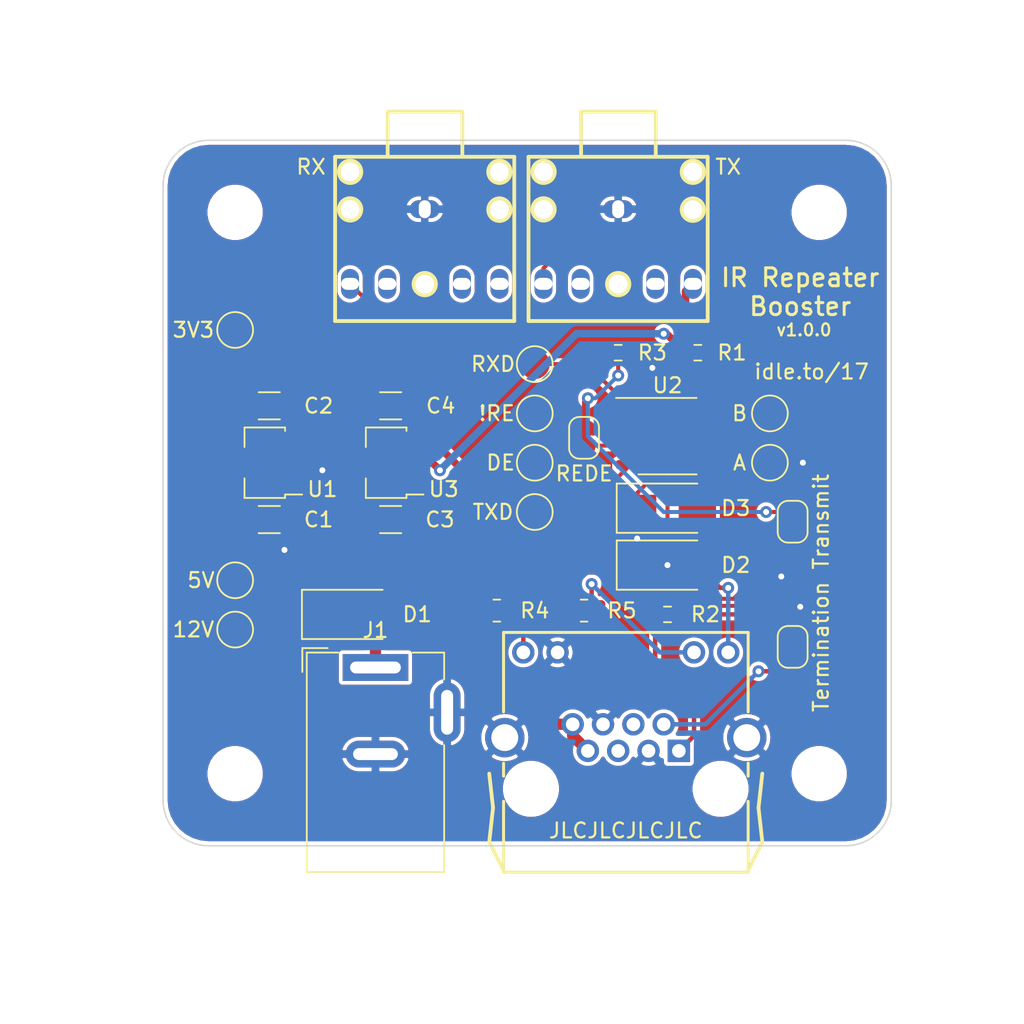
<source format=kicad_pcb>
(kicad_pcb (version 20171130) (host pcbnew "(5.1.9)-1")
  (title_block (title "IR Repeater Booster") (date 2021-03-03) (rev 1.0.0) (company "Aaron Ten Clay") (comment 4 https://aarontc.com/projects/ir-repeater-booster))
  (layers (0 F.Cu signal) (31 B.Cu signal) (34 B.Paste user) (35 F.Paste user) (36 B.SilkS user) (37 F.SilkS user) (38 B.Mask user) (39 F.Mask user) (44 Edge.Cuts user))
  (net 0 "")
  (net 1 GND)
  (net 2 +12V)
  (net 3 +5V)
  (net 4 +3V3)
  (net 5 "Net-(D1-Pad2)")
  (net 6 /YLED_C)
  (net 7 /TXD)
  (net 8 /RXD)
  (net 9 /YLED_A)
  (net 10 /GLED_A)
  (net 11 /B)
  (net 12 /A)
  (net 13 "Net-(JP1-Pad2)")
  (net 14 /!RE)
  (net 15 /DE)
  (module Connector_BarrelJack:BarrelJack_Wuerth_6941xx301002 (layer F.Cu) (at 75.946 85.344)
    (fp_text reference J1 (at 0 -2.5) (layer F.SilkS))
    (fp_text value DC_IN)
    (fp_line (start -4.6 -1) (end -2.5 -1) (layer F.SilkS) (width 0.12))
    (fp_line (start -4.9 -1.3) (end -4.9 0.3) (layer F.SilkS) (width 0.12))
    (fp_line (start -3.2 -1.3) (end -4.9 -1.3) (layer F.SilkS) (width 0.12))
    (fp_line (start 4.6 -1) (end 4.6 0.8) (layer F.SilkS) (width 0.12))
    (fp_line (start 2.5 -1) (end 4.6 -1) (layer F.SilkS) (width 0.12))
    (fp_line (start -4.6 13.7) (end -4.6 -1) (layer F.SilkS) (width 0.12))
    (fp_line (start 4.6 13.7) (end -4.6 13.7) (layer F.SilkS) (width 0.12))
    (fp_line (start 4.6 5.2) (end 4.6 13.7) (layer F.SilkS) (width 0.12))
    (pad 1 thru_hole rect (at 0 0) (size 4.4 1.8) (drill oval 3.4 0.8) (layers *.Cu *.Mask) (net 5 "Net-(D1-Pad2)"))
    (pad 2 thru_hole oval (at 0 5.8) (size 4 1.8) (drill oval 3 0.8) (layers *.Cu *.Mask) (net 1 GND))
    (pad 3 thru_hole oval (at 4.8 3 90) (size 4 1.8) (drill oval 3 0.8) (layers *.Cu *.Mask) (net 1 GND))
  )
  (module TestPoint:TestPoint_Pad_D2.0mm (layer F.Cu) (at 66.548 62.738 90)
    (fp_text reference TP9 hide)
    (fp_text value 3V3 (at 0 -2.794 180) (layer F.SilkS))
    (fp_circle (center 0 0) (end 0 1.2) (layer F.SilkS) (width 0.12))
    (pad 1 smd circle (at 0 0 90) (size 2 2) (layers F.Cu F.Mask) (net 4 +3V3))
  )
  (module TestPoint:TestPoint_Pad_D2.0mm (layer F.Cu) (at 66.548 79.502 90)
    (fp_text reference TP8 hide)
    (fp_text value 5V (at 0 -2.286 180) (layer F.SilkS))
    (fp_circle (center 0 0) (end 0 1.2) (layer F.SilkS) (width 0.12))
    (pad 1 smd circle (at 0 0 90) (size 2 2) (layers F.Cu F.Mask) (net 3 +5V))
  )
  (module TestPoint:TestPoint_Pad_D2.0mm (layer F.Cu) (at 66.548 82.804)
    (fp_text reference TP7 hide)
    (fp_text value 12V (at -2.794 0) (layer F.SilkS))
    (fp_circle (center 0 0) (end 0 1.2) (layer F.SilkS) (width 0.12))
    (pad 1 smd circle (at 0 0) (size 2 2) (layers F.Cu F.Mask) (net 2 +12V))
  )
  (module TestPoint:TestPoint_Pad_D2.0mm (layer F.Cu) (at 102.362 68.326)
    (fp_text reference TP6 hide)
    (fp_text value B (at -2.032 0) (layer F.SilkS))
    (fp_circle (center 0 0) (end 0 1.2) (layer F.SilkS) (width 0.12))
    (pad 1 smd circle (at 0 0) (size 2 2) (layers F.Cu F.Mask) (net 11 /B))
  )
  (module TestPoint:TestPoint_Pad_D2.0mm (layer F.Cu) (at 102.362 71.628)
    (fp_text reference TP5 hide)
    (fp_text value A (at -2.032 0) (layer F.SilkS))
    (fp_circle (center 0 0) (end 0 1.2) (layer F.SilkS) (width 0.12))
    (pad 1 smd circle (at 0 0) (size 2 2) (layers F.Cu F.Mask) (net 12 /A))
  )
  (module TestPoint:TestPoint_Pad_D2.0mm (layer F.Cu) (at 86.614 74.93)
    (fp_text reference TP4 hide)
    (fp_text value TXD (at -2.794 0) (layer F.SilkS))
    (fp_circle (center 0 0) (end 0 1.2) (layer F.SilkS) (width 0.12))
    (pad 1 smd circle (at 0 0) (size 2 2) (layers F.Cu F.Mask) (net 7 /TXD))
  )
  (module TestPoint:TestPoint_Pad_D2.0mm (layer F.Cu) (at 86.614 65.024)
    (fp_text reference TP3 hide)
    (fp_text value RXD (at -2.794 0) (layer F.SilkS))
    (fp_circle (center 0 0) (end 0 1.2) (layer F.SilkS) (width 0.12))
    (pad 1 smd circle (at 0 0) (size 2 2) (layers F.Cu F.Mask) (net 8 /RXD))
  )
  (module TestPoint:TestPoint_Pad_D2.0mm (layer F.Cu) (at 86.614 71.628)
    (fp_text reference TP2 hide)
    (fp_text value DE (at -2.286 0) (layer F.SilkS))
    (fp_circle (center 0 0) (end 0 1.2) (layer F.SilkS) (width 0.12))
    (pad 1 smd circle (at 0 0) (size 2 2) (layers F.Cu F.Mask) (net 15 /DE))
  )
  (module TestPoint:TestPoint_Pad_D2.0mm (layer F.Cu) (at 86.614 68.326)
    (fp_text reference TP1 hide)
    (fp_text value !RE (at -2.54 0) (layer F.SilkS))
    (fp_circle (center 0 0) (end 0 1.2) (layer F.SilkS) (width 0.12))
    (pad 1 smd circle (at 0 0) (size 2 2) (layers F.Cu F.Mask) (net 14 /!RE))
  )
  (module MountingHole:MountingHole_3.2mm_M3 (layer F.Cu) (at 66.548 54.864)
    (fp_text reference H2 hide)
    (fp_text value MountingHole hide)
    (pad 1 np_thru_hole circle (at 0 0) (size 3.2 3.2) (drill 3.2) (layers *.Cu *.Mask))
  )
  (module Jumper:SolderJumper-2_P1.3mm_Bridged_RoundedPad1.0x1.5mm (layer F.Cu) (at 89.916 69.962 270)
    (fp_text reference JP3 hide)
    (fp_text value REDE (at 2.398 0 180) (layer F.SilkS))
    (fp_line (start -1.4 0.3) (end -1.4 -0.3) (layer F.SilkS) (width 0.12))
    (fp_line (start 0.7 1) (end -0.7 1) (layer F.SilkS) (width 0.12))
    (fp_line (start 1.4 -0.3) (end 1.4 0.3) (layer F.SilkS) (width 0.12))
    (fp_line (start -0.7 -1) (end 0.7 -1) (layer F.SilkS) (width 0.12))
    (fp_poly (pts (xy 0.25 -0.3) (xy -0.25 -0.3) (xy -0.25 0.3) (xy 0.25 0.3)) (layer F.Cu) (width 0))
    (fp_arc (start -0.7 -0.3) (end -0.7 -1) (angle -90) (layer F.SilkS) (width 0.12))
    (fp_arc (start -0.7 0.3) (end -1.4 0.3) (angle -90) (layer F.SilkS) (width 0.12))
    (fp_arc (start 0.7 0.3) (end 0.7 1) (angle -90) (layer F.SilkS) (width 0.12))
    (fp_arc (start 0.7 -0.3) (end 1.4 -0.3) (angle -90) (layer F.SilkS) (width 0.12))
    (pad 1 smd custom (at -0.65 0 270) (size 1 0.5) (layers F.Cu F.Mask) (net 14 /!RE) (options (clearance outline) (anchor rect)) (primitives (gr_circle (center 0 0.25) (end 0.5 0.25) (width 0)) (gr_circle (center 0 -0.25) (end 0.5 -0.25) (width 0)) (gr_poly (pts (xy 0 -0.75) (xy 0.5 -0.75) (xy 0.5 0.75) (xy 0 0.75)) (width 0))))
    (pad 2 smd custom (at 0.65 0 270) (size 1 0.5) (layers F.Cu F.Mask) (net 15 /DE) (options (clearance outline) (anchor rect)) (primitives (gr_circle (center 0 0.25) (end 0.5 0.25) (width 0)) (gr_circle (center 0 -0.25) (end 0.5 -0.25) (width 0)) (gr_poly (pts (xy 0 -0.75) (xy -0.5 -0.75) (xy -0.5 0.75) (xy 0 0.75)) (width 0))))
  )
  (module MountingHole:MountingHole_3.2mm_M3 (layer F.Cu) (at 105.664 92.456)
    (fp_text reference H4 hide)
    (fp_text value MountingHole hide)
    (pad 1 np_thru_hole circle (at 0 0) (size 3.2 3.2) (drill 3.2) (layers *.Cu *.Mask))
  )
  (module MountingHole:MountingHole_3.2mm_M3 (layer F.Cu) (at 66.548 92.456)
    (fp_text reference H3 hide)
    (fp_text value MountingHole hide)
    (pad 1 np_thru_hole circle (at 0 0) (size 3.2 3.2) (drill 3.2) (layers *.Cu *.Mask))
  )
  (module MountingHole:MountingHole_3.2mm_M3 (layer F.Cu) (at 105.664 54.864 270)
    (fp_text reference H1 hide)
    (fp_text value MountingHole hide)
    (pad 1 np_thru_hole circle (at 0 0 270) (size 3.2 3.2) (drill 3.2) (layers *.Cu *.Mask))
  )
  (module Package_TO_SOT_SMD:SOT-89-3 (layer F.Cu) (at 76.962 71.628 180)
    (fp_text reference U3 (at -3.556 -1.778) (layer F.SilkS))
    (fp_text value HT7533-1)
    (fp_line (start -1.06 2.36) (end -1.06 2.13) (layer F.SilkS) (width 0.12))
    (fp_line (start -1.06 -2.36) (end -1.06 -2.13) (layer F.SilkS) (width 0.12))
    (fp_line (start -1.06 -2.36) (end 1.66 -2.36) (layer F.SilkS) (width 0.12))
    (fp_line (start 1.66 -2.36) (end 1.66 -1.05) (layer F.SilkS) (width 0.12))
    (fp_line (start -2.2 -2.13) (end -1.06 -2.13) (layer F.SilkS) (width 0.12))
    (fp_line (start 1.66 2.36) (end -1.06 2.36) (layer F.SilkS) (width 0.12))
    (fp_line (start 1.66 1.05) (end 1.66 2.36) (layer F.SilkS) (width 0.12))
    (pad 2 smd custom (at -1.5625 0 180) (size 1.475 0.9) (layers F.Cu F.Paste F.Mask) (net 3 +5V) (options (clearance outline) (anchor rect)) (primitives (gr_poly (pts (xy 0.7375 -0.8665) (xy 3.8625 -0.8665) (xy 3.8625 0.8665) (xy 0.7375 0.8665)) (width 0))))
    (pad 3 smd rect (at -1.65 1.5 180) (size 1.3 0.9) (layers F.Cu F.Paste F.Mask) (net 4 +3V3))
    (pad 1 smd rect (at -1.65 -1.5 180) (size 1.3 0.9) (layers F.Cu F.Paste F.Mask) (net 1 GND))
  )
  (module Package_SO:SOIC-8_3.9x4.9mm_P1.27mm (layer F.Cu) (at 95.504 69.85)
    (fp_text reference U2 (at 0 -3.4) (layer F.SilkS))
    (fp_text value ST3485EBDR)
    (fp_line (start 0 -2.56) (end -3.45 -2.56) (layer F.SilkS) (width 0.12))
    (fp_line (start 0 -2.56) (end 1.95 -2.56) (layer F.SilkS) (width 0.12))
    (fp_line (start 0 2.56) (end -1.95 2.56) (layer F.SilkS) (width 0.12))
    (fp_line (start 0 2.56) (end 1.95 2.56) (layer F.SilkS) (width 0.12))
    (pad 8 smd roundrect (at 2.475 -1.905) (size 1.95 0.6) (layers F.Cu F.Paste F.Mask) (net 4 +3V3))
    (pad 7 smd roundrect (at 2.475 -0.635) (size 1.95 0.6) (layers F.Cu F.Paste F.Mask) (net 11 /B))
    (pad 6 smd roundrect (at 2.475 0.635) (size 1.95 0.6) (layers F.Cu F.Paste F.Mask) (net 12 /A))
    (pad 5 smd roundrect (at 2.475 1.905) (size 1.95 0.6) (layers F.Cu F.Paste F.Mask) (net 1 GND))
    (pad 4 smd roundrect (at -2.475 1.905) (size 1.95 0.6) (layers F.Cu F.Paste F.Mask) (net 7 /TXD))
    (pad 3 smd roundrect (at -2.475 0.635) (size 1.95 0.6) (layers F.Cu F.Paste F.Mask) (net 15 /DE))
    (pad 2 smd roundrect (at -2.475 -0.635) (size 1.95 0.6) (layers F.Cu F.Paste F.Mask) (net 14 /!RE))
    (pad 1 smd roundrect (at -2.475 -1.905) (size 1.95 0.6) (layers F.Cu F.Paste F.Mask) (net 8 /RXD))
  )
  (module Package_TO_SOT_SMD:SOT-89-3 (layer F.Cu) (at 68.834 71.628 180)
    (fp_text reference U1 (at -3.556 -1.778) (layer F.SilkS))
    (fp_text value HT7550-1)
    (fp_line (start -1.06 2.36) (end -1.06 2.13) (layer F.SilkS) (width 0.12))
    (fp_line (start -1.06 -2.36) (end -1.06 -2.13) (layer F.SilkS) (width 0.12))
    (fp_line (start -1.06 -2.36) (end 1.66 -2.36) (layer F.SilkS) (width 0.12))
    (fp_line (start 1.66 -2.36) (end 1.66 -1.05) (layer F.SilkS) (width 0.12))
    (fp_line (start -2.2 -2.13) (end -1.06 -2.13) (layer F.SilkS) (width 0.12))
    (fp_line (start 1.66 2.36) (end -1.06 2.36) (layer F.SilkS) (width 0.12))
    (fp_line (start 1.66 1.05) (end 1.66 2.36) (layer F.SilkS) (width 0.12))
    (pad 2 smd custom (at -1.5625 0 180) (size 1.475 0.9) (layers F.Cu F.Paste F.Mask) (net 2 +12V) (options (clearance outline) (anchor rect)) (primitives (gr_poly (pts (xy 0.7375 -0.8665) (xy 3.8625 -0.8665) (xy 3.8625 0.8665) (xy 0.7375 0.8665)) (width 0))))
    (pad 3 smd rect (at -1.65 1.5 180) (size 1.3 0.9) (layers F.Cu F.Paste F.Mask) (net 3 +5V))
    (pad 1 smd rect (at -1.65 -1.5 180) (size 1.3 0.9) (layers F.Cu F.Paste F.Mask) (net 1 GND))
  )
  (module Footprints:AUDIO-TH_PJ307C (layer F.Cu) (at 92.202 57.15)
    (fp_text reference TX1 hide)
    (fp_text value PJ-307C hide)
    (fp_line (start 2.515 -9.032) (end 2.515 -6.032) (layer F.SilkS) (width 0.254))
    (fp_line (start -2.485 -9.032) (end 2.515 -9.032) (layer F.SilkS) (width 0.254))
    (fp_line (start -2.485 -6.032) (end -2.485 -9.032) (layer F.SilkS) (width 0.254))
    (fp_line (start 5.994 4.991) (end 5.994 -6.009) (layer F.SilkS) (width 0.254))
    (fp_line (start -6.006 4.991) (end 5.994 4.991) (layer F.SilkS) (width 0.254))
    (fp_line (start -6.006 -6.009) (end -6.006 4.991) (layer F.SilkS) (width 0.254))
    (fp_line (start 5.994 -6.009) (end -6.006 -6.009) (layer F.SilkS) (width 0.254))
    (fp_arc (start -0.001 2.519) (end 0.749 2.525) (angle 359.03) (layer F.SilkS) (width 0.254))
    (fp_arc (start -4.999 -2.486) (end -4.249 -2.478) (angle 358.836) (layer F.SilkS) (width 0.254))
    (fp_arc (start -4.999 -5.002) (end -4.249 -4.996) (angle 359.03) (layer F.SilkS) (width 0.254))
    (fp_arc (start 5.001 -2.462) (end 5.751 -2.456) (angle 359.03) (layer F.SilkS) (width 0.254))
    (fp_arc (start 5.001 -5.002) (end 5.751 -4.996) (angle 359.03) (layer F.SilkS) (width 0.254))
    (pad 5 thru_hole oval (at -5.004 2.5 90) (size 2 1.2) (drill oval 0.8 1.5) (layers *.Cu *.Paste *.Mask) (net 7 /TXD))
    (pad 4 thru_hole oval (at -2.511 2.5 90) (size 2 1.2) (drill oval 0.8 1.5) (layers *.Cu *.Paste *.Mask))
    (pad 3 thru_hole oval (at 2.489 2.5 90) (size 2 1.2) (drill oval 0.8 1.5) (layers *.Cu *.Paste *.Mask))
    (pad 2 thru_hole oval (at 5.004 2.5 90) (size 2 1.2) (drill oval 0.8 1.5) (layers *.Cu *.Paste *.Mask) (net 3 +5V))
    (pad 1 thru_hole oval (at 0 -2.5) (size 2 1.2) (drill oval 0.8 1.5) (layers *.Cu *.Paste *.Mask) (net 1 GND))
    (pad "" np_thru_hole circle (at 0 2.5) (size 1.2 1.2) (drill 1.2) (layers *.Cu *.Mask))
    (pad "" np_thru_hole circle (at -5 -2.5) (size 1.2 1.2) (drill 1.2) (layers *.Cu *.Mask))
    (pad "" np_thru_hole circle (at 5 -2.5) (size 1.2 1.2) (drill 1.2) (layers *.Cu *.Mask))
    (pad "" np_thru_hole circle (at 5 -5) (size 1.2 1.2) (drill 1.2) (layers *.Cu *.Mask))
    (pad "" np_thru_hole circle (at -5 -5) (size 1.2 1.2) (drill 1.2) (layers *.Cu *.Mask))
  )
  (module Footprints:AUDIO-TH_PJ307C (layer F.Cu) (at 79.248 57.15)
    (fp_text reference RX1 hide)
    (fp_text value PJ-307C hide)
    (fp_line (start 2.515 -9.032) (end 2.515 -6.032) (layer F.SilkS) (width 0.254))
    (fp_line (start -2.485 -9.032) (end 2.515 -9.032) (layer F.SilkS) (width 0.254))
    (fp_line (start -2.485 -6.032) (end -2.485 -9.032) (layer F.SilkS) (width 0.254))
    (fp_line (start 5.994 4.991) (end 5.994 -6.009) (layer F.SilkS) (width 0.254))
    (fp_line (start -6.006 4.991) (end 5.994 4.991) (layer F.SilkS) (width 0.254))
    (fp_line (start -6.006 -6.009) (end -6.006 4.991) (layer F.SilkS) (width 0.254))
    (fp_line (start 5.994 -6.009) (end -6.006 -6.009) (layer F.SilkS) (width 0.254))
    (fp_arc (start -0.001 2.519) (end 0.749 2.525) (angle 359.03) (layer F.SilkS) (width 0.254))
    (fp_arc (start -4.999 -2.486) (end -4.249 -2.478) (angle 358.836) (layer F.SilkS) (width 0.254))
    (fp_arc (start -4.999 -5.002) (end -4.249 -4.996) (angle 359.03) (layer F.SilkS) (width 0.254))
    (fp_arc (start 5.001 -2.462) (end 5.751 -2.456) (angle 359.03) (layer F.SilkS) (width 0.254))
    (fp_arc (start 5.001 -5.002) (end 5.751 -4.996) (angle 359.03) (layer F.SilkS) (width 0.254))
    (pad 5 thru_hole oval (at -5.004 2.5 90) (size 2 1.2) (drill oval 0.8 1.5) (layers *.Cu *.Paste *.Mask) (net 8 /RXD))
    (pad 4 thru_hole oval (at -2.511 2.5 90) (size 2 1.2) (drill oval 0.8 1.5) (layers *.Cu *.Paste *.Mask))
    (pad 3 thru_hole oval (at 2.489 2.5 90) (size 2 1.2) (drill oval 0.8 1.5) (layers *.Cu *.Paste *.Mask))
    (pad 2 thru_hole oval (at 5.004 2.5 90) (size 2 1.2) (drill oval 0.8 1.5) (layers *.Cu *.Paste *.Mask))
    (pad 1 thru_hole oval (at 0 -2.5) (size 2 1.2) (drill oval 0.8 1.5) (layers *.Cu *.Paste *.Mask) (net 1 GND))
    (pad "" np_thru_hole circle (at 0 2.5) (size 1.2 1.2) (drill 1.2) (layers *.Cu *.Mask))
    (pad "" np_thru_hole circle (at -5 -2.5) (size 1.2 1.2) (drill 1.2) (layers *.Cu *.Mask))
    (pad "" np_thru_hole circle (at 5 -2.5) (size 1.2 1.2) (drill 1.2) (layers *.Cu *.Mask))
    (pad "" np_thru_hole circle (at 5 -5) (size 1.2 1.2) (drill 1.2) (layers *.Cu *.Mask))
    (pad "" np_thru_hole circle (at -5 -5) (size 1.2 1.2) (drill 1.2) (layers *.Cu *.Mask))
  )
  (module Resistor_SMD:R_0805_2012Metric (layer F.Cu) (at 89.916 81.534)
    (fp_text reference R5 (at 2.54 0) (layer F.SilkS))
    (fp_text value 270)
    (fp_line (start -0.227064 0.735) (end 0.227064 0.735) (layer F.SilkS) (width 0.12))
    (fp_line (start -0.227064 -0.735) (end 0.227064 -0.735) (layer F.SilkS) (width 0.12))
    (pad 2 smd roundrect (at 0.9125 0) (size 1.025 1.4) (layers F.Cu F.Paste F.Mask) (roundrect_rratio 0.2439004878048781) (net 9 /YLED_A))
    (pad 1 smd roundrect (at -0.9125 0) (size 1.025 1.4) (layers F.Cu F.Paste F.Mask) (roundrect_rratio 0.2439004878048781) (net 4 +3V3))
  )
  (module Resistor_SMD:R_0805_2012Metric (layer F.Cu) (at 84.074 81.534)
    (fp_text reference R4 (at 2.54 0) (layer F.SilkS))
    (fp_text value 270)
    (fp_line (start -0.227064 0.735) (end 0.227064 0.735) (layer F.SilkS) (width 0.12))
    (fp_line (start -0.227064 -0.735) (end 0.227064 -0.735) (layer F.SilkS) (width 0.12))
    (pad 2 smd roundrect (at 0.9125 0) (size 1.025 1.4) (layers F.Cu F.Paste F.Mask) (roundrect_rratio 0.2439004878048781) (net 10 /GLED_A))
    (pad 1 smd roundrect (at -0.9125 0) (size 1.025 1.4) (layers F.Cu F.Paste F.Mask) (roundrect_rratio 0.2439004878048781) (net 4 +3V3))
  )
  (module Resistor_SMD:R_0603_1608Metric (layer F.Cu) (at 92.202 64.262)
    (fp_text reference R3 (at 2.286 0) (layer F.SilkS))
    (fp_text value 10k)
    (fp_line (start -0.237258 0.5225) (end 0.237258 0.5225) (layer F.SilkS) (width 0.12))
    (fp_line (start -0.237258 -0.5225) (end 0.237258 -0.5225) (layer F.SilkS) (width 0.12))
    (pad 2 smd roundrect (at 0.825 0) (size 0.8 0.95) (layers F.Cu F.Paste F.Mask) (net 1 GND))
    (pad 1 smd roundrect (at -0.825 0) (size 0.8 0.95) (layers F.Cu F.Paste F.Mask) (net 14 /!RE))
  )
  (module Resistor_SMD:R_0603_1608Metric (layer F.Cu) (at 95.504 81.788 180)
    (fp_text reference R2 (at -2.54 0) (layer F.SilkS))
    (fp_text value 120)
    (fp_line (start -0.237258 0.5225) (end 0.237258 0.5225) (layer F.SilkS) (width 0.12))
    (fp_line (start -0.237258 -0.5225) (end 0.237258 -0.5225) (layer F.SilkS) (width 0.12))
    (pad 2 smd roundrect (at 0.825 0 180) (size 0.8 0.95) (layers F.Cu F.Paste F.Mask) (net 12 /A))
    (pad 1 smd roundrect (at -0.825 0 180) (size 0.8 0.95) (layers F.Cu F.Paste F.Mask) (net 13 "Net-(JP1-Pad2)"))
  )
  (module Resistor_SMD:R_0603_1608Metric (layer F.Cu) (at 97.536 64.262)
    (fp_text reference R1 (at 2.286 0) (layer F.SilkS))
    (fp_text value 1k)
    (fp_line (start -0.237258 0.5225) (end 0.237258 0.5225) (layer F.SilkS) (width 0.12))
    (fp_line (start -0.237258 -0.5225) (end 0.237258 -0.5225) (layer F.SilkS) (width 0.12))
    (pad 2 smd roundrect (at 0.825 0) (size 0.8 0.95) (layers F.Cu F.Paste F.Mask) (net 7 /TXD))
    (pad 1 smd roundrect (at -0.825 0) (size 0.8 0.95) (layers F.Cu F.Paste F.Mask) (net 3 +5V))
  )
  (module Jumper:SolderJumper-2_P1.3mm_Open_RoundedPad1.0x1.5mm (layer F.Cu) (at 103.886 75.58 90)
    (fp_text reference JP2 hide)
    (fp_text value Transmit (at 0 1.9 90) (layer F.SilkS))
    (fp_line (start -0.7 -1) (end 0.7 -1) (layer F.SilkS) (width 0.12))
    (fp_line (start 1.4 -0.3) (end 1.4 0.3) (layer F.SilkS) (width 0.12))
    (fp_line (start 0.7 1) (end -0.7 1) (layer F.SilkS) (width 0.12))
    (fp_line (start -1.4 0.3) (end -1.4 -0.3) (layer F.SilkS) (width 0.12))
    (fp_arc (start -0.7 -0.3) (end -0.7 -1) (angle -90) (layer F.SilkS) (width 0.12))
    (fp_arc (start -0.7 0.3) (end -1.4 0.3) (angle -90) (layer F.SilkS) (width 0.12))
    (fp_arc (start 0.7 0.3) (end 0.7 1) (angle -90) (layer F.SilkS) (width 0.12))
    (fp_arc (start 0.7 -0.3) (end 1.4 -0.3) (angle -90) (layer F.SilkS) (width 0.12))
    (pad 2 smd custom (at 0.65 0 90) (size 1 0.5) (layers F.Cu F.Mask) (net 14 /!RE) (options (clearance outline) (anchor rect)) (primitives (gr_circle (center 0 0.25) (end 0.5 0.25) (width 0)) (gr_circle (center 0 -0.25) (end 0.5 -0.25) (width 0)) (gr_poly (pts (xy 0 -0.75) (xy -0.5 -0.75) (xy -0.5 0.75) (xy 0 0.75)) (width 0))))
    (pad 1 smd custom (at -0.65 0 90) (size 1 0.5) (layers F.Cu F.Mask) (net 4 +3V3) (options (clearance outline) (anchor rect)) (primitives (gr_circle (center 0 0.25) (end 0.5 0.25) (width 0)) (gr_circle (center 0 -0.25) (end 0.5 -0.25) (width 0)) (gr_poly (pts (xy 0 -0.75) (xy 0.5 -0.75) (xy 0.5 0.75) (xy 0 0.75)) (width 0))))
  )
  (module Jumper:SolderJumper-2_P1.3mm_Bridged_RoundedPad1.0x1.5mm (layer F.Cu) (at 103.886 83.962 90)
    (fp_text reference JP1 hide)
    (fp_text value Termination (at 0 1.9 90) (layer F.SilkS))
    (fp_poly (pts (xy 0.25 -0.3) (xy -0.25 -0.3) (xy -0.25 0.3) (xy 0.25 0.3)) (layer F.Cu) (width 0))
    (fp_line (start -0.7 -1) (end 0.7 -1) (layer F.SilkS) (width 0.12))
    (fp_line (start 1.4 -0.3) (end 1.4 0.3) (layer F.SilkS) (width 0.12))
    (fp_line (start 0.7 1) (end -0.7 1) (layer F.SilkS) (width 0.12))
    (fp_line (start -1.4 0.3) (end -1.4 -0.3) (layer F.SilkS) (width 0.12))
    (fp_arc (start -0.7 -0.3) (end -0.7 -1) (angle -90) (layer F.SilkS) (width 0.12))
    (fp_arc (start -0.7 0.3) (end -1.4 0.3) (angle -90) (layer F.SilkS) (width 0.12))
    (fp_arc (start 0.7 0.3) (end 0.7 1) (angle -90) (layer F.SilkS) (width 0.12))
    (fp_arc (start 0.7 -0.3) (end 1.4 -0.3) (angle -90) (layer F.SilkS) (width 0.12))
    (pad 1 smd custom (at -0.65 0 90) (size 1 0.5) (layers F.Cu F.Mask) (net 11 /B) (options (clearance outline) (anchor rect)) (primitives (gr_circle (center 0 0.25) (end 0.5 0.25) (width 0)) (gr_circle (center 0 -0.25) (end 0.5 -0.25) (width 0)) (gr_poly (pts (xy 0 -0.75) (xy 0.5 -0.75) (xy 0.5 0.75) (xy 0 0.75)) (width 0))))
    (pad 2 smd custom (at 0.65 0 90) (size 1 0.5) (layers F.Cu F.Mask) (net 13 "Net-(JP1-Pad2)") (options (clearance outline) (anchor rect)) (primitives (gr_circle (center 0 0.25) (end 0.5 0.25) (width 0)) (gr_circle (center 0 -0.25) (end 0.5 -0.25) (width 0)) (gr_poly (pts (xy 0 -0.75) (xy -0.5 -0.75) (xy -0.5 0.75) (xy 0 0.75)) (width 0))))
  )
  (module Footprints:RJ45-TH_B-1-1 (layer F.Cu) (at 92.71 87.63)
    (fp_text reference J2 hide)
    (fp_text value RJ45_LED_Shielded hide)
    (fp_line (start 8.89 7.109) (end 9.144 4.823) (layer F.SilkS) (width 0.254))
    (fp_line (start 9.144 9.395) (end 8.89 7.109) (layer F.SilkS) (width 0.254))
    (fp_line (start 8.128 11.427) (end 9.144 9.395) (layer F.SilkS) (width 0.254))
    (fp_line (start -8.89 7.109) (end -9.144 4.823) (layer F.SilkS) (width 0.254))
    (fp_line (start -9.144 9.395) (end -8.89 7.109) (layer F.SilkS) (width 0.254))
    (fp_line (start -8.128 11.427) (end -9.144 9.395) (layer F.SilkS) (width 0.254))
    (fp_line (start 6.942 -4.635) (end -4.608 -4.635) (layer F.SilkS) (width 0.201))
    (fp_line (start -8.184 11.427) (end -8.184 6.68) (layer F.SilkS) (width 0.201))
    (fp_line (start 8.197 11.427) (end -8.184 11.427) (layer F.SilkS) (width 0.201))
    (fp_line (start 8.197 6.68) (end 8.197 11.427) (layer F.SilkS) (width 0.201))
    (fp_line (start 8.197 4.986) (end 8.197 4.128) (layer F.SilkS) (width 0.201))
    (fp_line (start -8.184 -4.635) (end -4.366 -4.635) (layer F.SilkS) (width 0.201))
    (fp_line (start -8.184 0.681) (end -8.184 -4.635) (layer F.SilkS) (width 0.201))
    (fp_line (start 8.197 -4.635) (end 6.67 -4.635) (layer F.SilkS) (width 0.201))
    (fp_line (start 8.197 0.681) (end 8.197 -4.635) (layer F.SilkS) (width 0.201))
    (fp_line (start -8.184 4.986) (end -8.184 4.128) (layer F.SilkS) (width 0.201))
    (pad 10 thru_hole circle (at 4.569 -3.299 180) (size 1.499 1.499) (drill 0.914) (layers *.Cu *.Paste *.Mask) (net 9 /YLED_A))
    (pad 9 thru_hole circle (at 6.861 -3.299 180) (size 1.499 1.499) (drill 0.914) (layers *.Cu *.Paste *.Mask) (net 6 /YLED_C))
    (pad 12 thru_hole circle (at -6.861 -3.299 180) (size 1.499 1.499) (drill 0.914) (layers *.Cu *.Paste *.Mask) (net 10 /GLED_A))
    (pad 11 thru_hole circle (at -4.569 -3.299 180) (size 1.499 1.499) (drill 0.914) (layers *.Cu *.Paste *.Mask) (net 1 GND))
    (pad 6 thru_hole circle (at -1.524 1.519 180) (size 1.499 1.499) (drill 0.914) (layers *.Cu *.Paste *.Mask) (net 1 GND))
    (pad SH thru_hole circle (at -8.103 2.41) (size 2.642 2.642) (drill 1.8) (layers *.Cu *.Paste *.Mask) (net 1 GND))
    (pad SH thru_hole circle (at 8.103 2.41 180) (size 2.642 2.642) (drill 1.8) (layers *.Cu *.Paste *.Mask) (net 1 GND))
    (pad 7 thru_hole circle (at -2.54 3.299 180) (size 1.499 1.499) (drill 0.914) (layers *.Cu *.Paste *.Mask) (net 2 +12V))
    (pad 2 thru_hole circle (at 2.54 1.519 180) (size 1.499 1.499) (drill 0.914) (layers *.Cu *.Paste *.Mask) (net 11 /B))
    (pad 4 thru_hole circle (at 0.508 1.519 180) (size 1.499 1.499) (drill 0.914) (layers *.Cu *.Paste *.Mask))
    (pad 3 thru_hole circle (at 1.524 3.299 180) (size 1.499 1.499) (drill 0.914) (layers *.Cu *.Paste *.Mask) (net 1 GND))
    (pad 5 thru_hole circle (at -0.508 3.299 180) (size 1.499 1.499) (drill 0.914) (layers *.Cu *.Paste *.Mask))
    (pad 1 thru_hole rect (at 3.556 3.299 180) (size 1.499 1.499) (drill 0.914) (layers *.Cu *.Paste *.Mask) (net 12 /A))
    (pad 8 thru_hole circle (at -3.556 1.519 180) (size 1.499 1.499) (drill 0.914) (layers *.Cu *.Paste *.Mask) (net 2 +12V))
    (pad "" np_thru_hole circle (at -6.35 5.839) (size 3.25 3.25) (drill 3.25) (layers *.Cu *.Mask))
    (pad "" np_thru_hole circle (at 6.35 5.839) (size 3.25 3.25) (drill 3.25) (layers *.Cu *.Mask))
  )
  (module Diode_SMD:D_SMA (layer F.Cu) (at 95.504 74.676)
    (fp_text reference D3 (at 4.572 0) (layer F.SilkS))
    (fp_text value SS14)
    (fp_line (start -3.4 -1.65) (end 2 -1.65) (layer F.SilkS) (width 0.12))
    (fp_line (start -3.4 1.65) (end 2 1.65) (layer F.SilkS) (width 0.12))
    (fp_line (start -3.4 -1.65) (end -3.4 1.65) (layer F.SilkS) (width 0.12))
    (pad 2 smd rect (at 2 0) (size 2.5 1.8) (layers F.Cu F.Paste F.Mask) (net 6 /YLED_C))
    (pad 1 smd rect (at -2 0) (size 2.5 1.8) (layers F.Cu F.Paste F.Mask) (net 8 /RXD))
  )
  (module Diode_SMD:D_SMA (layer F.Cu) (at 95.504 78.486)
    (fp_text reference D2 (at 4.572 0) (layer F.SilkS))
    (fp_text value SS14)
    (fp_line (start -3.4 -1.65) (end 2 -1.65) (layer F.SilkS) (width 0.12))
    (fp_line (start -3.4 1.65) (end 2 1.65) (layer F.SilkS) (width 0.12))
    (fp_line (start -3.4 -1.65) (end -3.4 1.65) (layer F.SilkS) (width 0.12))
    (pad 2 smd rect (at 2 0) (size 2.5 1.8) (layers F.Cu F.Paste F.Mask) (net 6 /YLED_C))
    (pad 1 smd rect (at -2 0) (size 2.5 1.8) (layers F.Cu F.Paste F.Mask) (net 7 /TXD))
  )
  (module Diode_SMD:D_SMA (layer F.Cu) (at 74.422 81.788)
    (fp_text reference D1 (at 4.318 0) (layer F.SilkS))
    (fp_text value SS14)
    (fp_line (start -3.4 -1.65) (end 2 -1.65) (layer F.SilkS) (width 0.12))
    (fp_line (start -3.4 1.65) (end 2 1.65) (layer F.SilkS) (width 0.12))
    (fp_line (start -3.4 -1.65) (end -3.4 1.65) (layer F.SilkS) (width 0.12))
    (pad 2 smd rect (at 2 0) (size 2.5 1.8) (layers F.Cu F.Paste F.Mask) (net 5 "Net-(D1-Pad2)"))
    (pad 1 smd rect (at -2 0) (size 2.5 1.8) (layers F.Cu F.Paste F.Mask) (net 2 +12V))
  )
  (module Capacitor_SMD:C_1206_3216Metric (layer F.Cu) (at 76.962 67.818 180)
    (fp_text reference C4 (at -3.351 0) (layer F.SilkS))
    (fp_text value 10u)
    (fp_line (start -0.711252 0.91) (end 0.711252 0.91) (layer F.SilkS) (width 0.12))
    (fp_line (start -0.711252 -0.91) (end 0.711252 -0.91) (layer F.SilkS) (width 0.12))
    (pad 2 smd roundrect (at 1.475 0 180) (size 1.15 1.8) (layers F.Cu F.Paste F.Mask) (roundrect_rratio 0.2173904347826087) (net 1 GND))
    (pad 1 smd roundrect (at -1.475 0 180) (size 1.15 1.8) (layers F.Cu F.Paste F.Mask) (roundrect_rratio 0.2173904347826087) (net 4 +3V3))
  )
  (module Capacitor_SMD:C_1206_3216Metric (layer F.Cu) (at 76.962 75.438)
    (fp_text reference C3 (at 3.302 0) (layer F.SilkS))
    (fp_text value 10u)
    (fp_line (start -0.711252 0.91) (end 0.711252 0.91) (layer F.SilkS) (width 0.12))
    (fp_line (start -0.711252 -0.91) (end 0.711252 -0.91) (layer F.SilkS) (width 0.12))
    (pad 2 smd roundrect (at 1.475 0) (size 1.15 1.8) (layers F.Cu F.Paste F.Mask) (roundrect_rratio 0.2173904347826087) (net 1 GND))
    (pad 1 smd roundrect (at -1.475 0) (size 1.15 1.8) (layers F.Cu F.Paste F.Mask) (roundrect_rratio 0.2173904347826087) (net 3 +5V))
  )
  (module Capacitor_SMD:C_1206_3216Metric (layer F.Cu) (at 68.834 67.818 180)
    (fp_text reference C2 (at -3.302 0) (layer F.SilkS))
    (fp_text value 10u)
    (fp_line (start -0.711252 0.91) (end 0.711252 0.91) (layer F.SilkS) (width 0.12))
    (fp_line (start -0.711252 -0.91) (end 0.711252 -0.91) (layer F.SilkS) (width 0.12))
    (pad 2 smd roundrect (at 1.475 0 180) (size 1.15 1.8) (layers F.Cu F.Paste F.Mask) (roundrect_rratio 0.2173904347826087) (net 1 GND))
    (pad 1 smd roundrect (at -1.475 0 180) (size 1.15 1.8) (layers F.Cu F.Paste F.Mask) (roundrect_rratio 0.2173904347826087) (net 3 +5V))
  )
  (module Capacitor_SMD:C_1206_3216Metric (layer F.Cu) (at 68.834 75.438)
    (fp_text reference C1 (at 3.302 0) (layer F.SilkS))
    (fp_text value 10u)
    (fp_line (start -0.711252 0.91) (end 0.711252 0.91) (layer F.SilkS) (width 0.12))
    (fp_line (start -0.711252 -0.91) (end 0.711252 -0.91) (layer F.SilkS) (width 0.12))
    (pad 2 smd roundrect (at 1.475 0) (size 1.15 1.8) (layers F.Cu F.Paste F.Mask) (roundrect_rratio 0.2173904347826087) (net 1 GND))
    (pad 1 smd roundrect (at -1.475 0) (size 1.15 1.8) (layers F.Cu F.Paste F.Mask) (roundrect_rratio 0.2173904347826087) (net 2 +12V))
  )
  (gr_text idle.to/17 (at 105.156 65.532) (layer F.SilkS) (effects (font (size 1 1))))
  (gr_text JLCJLCJLCJLC (at 92.71 96.266) (layer F.SilkS) (effects (font (size 1 1))))
  (gr_text v1.0.0 (at 104.648 62.738) (layer F.SilkS) (effects (font (size 0.8 0.8))))
  (gr_text "IR Repeater\nBooster" (at 104.394 60.198) (layer F.SilkS) (effects (font (size 1.2 1.2) (thickness 0.2))))
  (gr_arc (start 64.77 94.234) (end 61.722 94.234) (angle -90) (layer Edge.Cuts) (width 0.1))
  (gr_arc (start 64.77 53.086) (end 64.77 50.038) (angle -90) (layer Edge.Cuts) (width 0.1))
  (gr_arc (start 107.442 53.086) (end 110.49 53.086) (angle -90) (layer Edge.Cuts) (width 0.1))
  (gr_arc (start 107.442 94.234) (end 107.442 97.282) (angle -90) (layer Edge.Cuts) (width 0.1))
  (gr_line (start 110.49 94.234) (end 110.49 53.086) (layer Edge.Cuts) (width 0.1))
  (gr_line (start 61.722 94.234) (end 61.722 53.086) (layer Edge.Cuts) (width 0.1))
  (gr_line (start 107.442 97.282) (end 64.77 97.282) (layer Edge.Cuts) (width 0.1))
  (gr_text RX (at 71.628 51.816) (layer F.SilkS) (effects (font (size 1 1))))
  (gr_text TX (at 99.568 51.816) (layer F.SilkS) (effects (font (size 1 1))))
  (gr_line (start 64.77 50.038) (end 107.442 50.038) (layer Edge.Cuts) (width 0.1))
  (via (at 69.85 77.47) (size 0.8) (drill 0.4) (layers F.Cu B.Cu) (net 1))
  (segment (start 70.309 77.011) (end 69.85 77.47) (width 0.5) (layer F.Cu) (net 1))
  (segment (start 70.309 75.438) (end 70.309 77.011) (width 0.5) (layer F.Cu) (net 1))
  (via (at 72.39 72.136) (size 0.8) (drill 0.4) (layers F.Cu B.Cu) (net 1))
  (segment (start 71.398 73.128) (end 72.39 72.136) (width 0.5) (layer F.Cu) (net 1))
  (segment (start 70.484 73.128) (end 71.398 73.128) (width 0.5) (layer F.Cu) (net 1))
  (via (at 94.488 65.278) (size 0.8) (drill 0.4) (layers F.Cu B.Cu) (net 1))
  (segment (start 93.472 64.262) (end 94.488 65.278) (width 0.27) (layer F.Cu) (net 1))
  (segment (start 93.027 64.262) (end 93.472 64.262) (width 0.27) (layer F.Cu) (net 1))
  (via (at 103.124 79.248) (size 0.8) (drill 0.4) (layers F.Cu B.Cu) (net 1))
  (via (at 104.394 81.28) (size 0.8) (drill 0.4) (layers F.Cu B.Cu) (net 1))
  (via (at 95.504 78.486) (size 0.8) (drill 0.4) (layers F.Cu B.Cu) (net 1))
  (via (at 93.472 76.708) (size 0.8) (drill 0.4) (layers F.Cu B.Cu) (net 1))
  (via (at 104.57 71.628) (size 0.8) (drill 0.4) (layers F.Cu B.Cu) (net 1))
  (segment (start 71.406 82.804) (end 72.422 81.788) (width 0.75) (layer F.Cu) (net 2))
  (segment (start 66.548 82.804) (end 71.406 82.804) (width 0.75) (layer F.Cu) (net 2))
  (segment (start 66.548 82.804) (end 64.516 80.772) (width 0.5) (layer F.Cu) (net 2))
  (segment (start 64.516 78.281) (end 67.359 75.438) (width 0.5) (layer F.Cu) (net 2))
  (segment (start 64.516 80.772) (end 64.516 78.281) (width 0.5) (layer F.Cu) (net 2))
  (segment (start 67.359 71.677) (end 67.31 71.628) (width 0.5) (layer F.Cu) (net 2))
  (segment (start 67.359 75.438) (end 67.359 71.677) (width 0.5) (layer F.Cu) (net 2))
  (segment (start 89.154 89.913) (end 90.17 90.929) (width 0.75) (layer F.Cu) (net 2))
  (segment (start 89.154 89.149) (end 89.154 89.913) (width 0.75) (layer F.Cu) (net 2))
  (segment (start 72.422 81.788) (end 72.422 80.74) (width 0.75) (layer F.Cu) (net 2))
  (segment (start 72.422 80.74) (end 73.914 79.248) (width 0.75) (layer F.Cu) (net 2))
  (segment (start 73.914 79.248) (end 78.232 79.248) (width 0.75) (layer F.Cu) (net 2))
  (segment (start 88.133 89.149) (end 89.154 89.149) (width 0.75) (layer F.Cu) (net 2))
  (segment (start 78.232 79.248) (end 88.133 89.149) (width 0.75) (layer F.Cu) (net 2))
  (segment (start 71.423 79.502) (end 75.487 75.438) (width 0.5) (layer F.Cu) (net 3))
  (segment (start 66.548 79.502) (end 71.423 79.502) (width 0.5) (layer F.Cu) (net 3))
  (segment (start 75.487 72.341) (end 76.2 71.628) (width 0.5) (layer F.Cu) (net 3))
  (segment (start 75.487 75.438) (end 75.487 72.341) (width 0.5) (layer F.Cu) (net 3))
  (segment (start 70.309 69.953) (end 70.484 70.128) (width 0.5) (layer F.Cu) (net 3))
  (segment (start 70.309 67.818) (end 70.309 69.953) (width 0.5) (layer F.Cu) (net 3))
  (segment (start 73.938 70.128) (end 75.438 71.628) (width 0.5) (layer F.Cu) (net 3))
  (segment (start 70.484 70.128) (end 73.938 70.128) (width 0.5) (layer F.Cu) (net 3))
  (segment (start 96.711 60.145) (end 97.206 59.65) (width 0.5) (layer F.Cu) (net 3))
  (segment (start 96.711 64.262) (end 96.711 60.145) (width 0.5) (layer F.Cu) (net 3))
  (via (at 80.264 72.136) (size 0.8) (drill 0.4) (layers F.Cu B.Cu) (net 3))
  (segment (start 79.756 71.628) (end 80.264 72.136) (width 0.5) (layer F.Cu) (net 3))
  (segment (start 78.5245 71.628) (end 79.756 71.628) (width 0.5) (layer F.Cu) (net 3))
  (via (at 95.25 62.992) (size 0.8) (drill 0.4) (layers F.Cu B.Cu) (net 3))
  (segment (start 89.408 62.992) (end 95.25 62.992) (width 0.5) (layer B.Cu) (net 3))
  (segment (start 80.264 72.136) (end 89.408 62.992) (width 0.5) (layer B.Cu) (net 3))
  (segment (start 95.441 62.992) (end 96.711 64.262) (width 0.5) (layer F.Cu) (net 3))
  (segment (start 95.25 62.992) (end 95.441 62.992) (width 0.5) (layer F.Cu) (net 3))
  (segment (start 83.1615 81.534) (end 83.1615 80.6685) (width 0.5) (layer F.Cu) (net 4))
  (segment (start 83.1615 80.6685) (end 84.582 79.248) (width 0.5) (layer F.Cu) (net 4))
  (segment (start 86.7175 79.248) (end 89.0035 81.534) (width 0.5) (layer F.Cu) (net 4))
  (segment (start 84.582 79.248) (end 86.7175 79.248) (width 0.5) (layer F.Cu) (net 4))
  (segment (start 78.437 69.953) (end 78.612 70.128) (width 0.5) (layer F.Cu) (net 4))
  (segment (start 78.437 67.818) (end 78.437 69.953) (width 0.5) (layer F.Cu) (net 4))
  (segment (start 83.1615 73.5275) (end 83.1615 81.534) (width 0.5) (layer F.Cu) (net 4))
  (segment (start 79.762 70.128) (end 83.1615 73.5275) (width 0.5) (layer F.Cu) (net 4))
  (segment (start 78.612 70.128) (end 79.762 70.128) (width 0.5) (layer F.Cu) (net 4))
  (segment (start 73.357 62.738) (end 66.548 62.738) (width 0.5) (layer F.Cu) (net 4))
  (segment (start 78.437 67.818) (end 73.357 62.738) (width 0.5) (layer F.Cu) (net 4))
  (segment (start 103.886 76.779802) (end 103.886 76.23) (width 0.27) (layer F.Cu) (net 4))
  (segment (start 99.920801 80.745001) (end 103.886 76.779802) (width 0.27) (layer F.Cu) (net 4))
  (segment (start 90.098198 78.994) (end 91.186 78.994) (width 0.27) (layer F.Cu) (net 4))
  (segment (start 89.0035 80.088698) (end 90.098198 78.994) (width 0.27) (layer F.Cu) (net 4))
  (segment (start 89.0035 81.534) (end 89.0035 80.088698) (width 0.27) (layer F.Cu) (net 4))
  (segment (start 102.108 63.816) (end 97.979 67.945) (width 0.5) (layer F.Cu) (net 4))
  (segment (start 102.108 59.436) (end 102.108 63.816) (width 0.5) (layer F.Cu) (net 4))
  (segment (start 73.406 55.88) (end 98.552 55.88) (width 0.5) (layer F.Cu) (net 4))
  (segment (start 98.552 55.88) (end 102.108 59.436) (width 0.5) (layer F.Cu) (net 4))
  (segment (start 66.548 62.738) (end 73.406 55.88) (width 0.5) (layer F.Cu) (net 4))
  (segment (start 97.411695 80.745001) (end 96.676694 80.01) (width 0.27) (layer F.Cu) (net 4))
  (segment (start 99.920801 80.745001) (end 97.411695 80.745001) (width 0.27) (layer F.Cu) (net 4))
  (segment (start 92.202 80.01) (end 91.186 78.994) (width 0.27) (layer F.Cu) (net 4))
  (segment (start 96.676694 80.01) (end 92.202 80.01) (width 0.27) (layer F.Cu) (net 4))
  (segment (start 75.946 82.264) (end 76.422 81.788) (width 0.75) (layer F.Cu) (net 5))
  (segment (start 75.946 85.344) (end 75.946 82.264) (width 0.75) (layer F.Cu) (net 5))
  (via (at 99.568 80.01) (size 0.8) (drill 0.4) (layers F.Cu B.Cu) (net 6))
  (segment (start 99.571 80.013) (end 99.568 80.01) (width 0.3) (layer B.Cu) (net 6))
  (segment (start 99.571 84.331) (end 99.571 80.013) (width 0.3) (layer B.Cu) (net 6))
  (segment (start 99.028 80.01) (end 97.504 78.486) (width 0.3) (layer F.Cu) (net 6))
  (segment (start 99.568 80.01) (end 99.028 80.01) (width 0.3) (layer F.Cu) (net 6))
  (segment (start 97.504 74.676) (end 97.504 78.486) (width 0.27) (layer F.Cu) (net 6))
  (segment (start 89.854 74.93) (end 93.029 71.755) (width 0.27) (layer F.Cu) (net 7))
  (segment (start 86.614 74.93) (end 89.854 74.93) (width 0.27) (layer F.Cu) (net 7))
  (segment (start 87.198 59.65) (end 87.198 58.598) (width 0.27) (layer F.Cu) (net 7))
  (segment (start 87.198 58.598) (end 88.392 57.404) (width 0.27) (layer F.Cu) (net 7))
  (segment (start 88.392 57.404) (end 97.79 57.404) (width 0.27) (layer F.Cu) (net 7))
  (segment (start 97.79 57.404) (end 99.568 59.182) (width 0.27) (layer F.Cu) (net 7))
  (segment (start 99.568 63.055) (end 98.361 64.262) (width 0.27) (layer F.Cu) (net 7))
  (segment (start 99.568 59.182) (end 99.568 63.055) (width 0.27) (layer F.Cu) (net 7))
  (segment (start 89.948 74.93) (end 93.504 78.486) (width 0.27) (layer F.Cu) (net 7))
  (segment (start 86.614 74.93) (end 89.948 74.93) (width 0.27) (layer F.Cu) (net 7))
  (segment (start 98.361 64.262) (end 95.504 67.119) (width 0.27) (layer F.Cu) (net 7))
  (segment (start 95.504 76.486) (end 93.504 78.486) (width 0.27) (layer F.Cu) (net 7))
  (segment (start 95.504 67.119) (end 95.504 76.486) (width 0.27) (layer F.Cu) (net 7))
  (segment (start 90.108 65.024) (end 93.029 67.945) (width 0.27) (layer F.Cu) (net 8))
  (segment (start 86.614 65.024) (end 90.108 65.024) (width 0.27) (layer F.Cu) (net 8))
  (segment (start 79.618 65.024) (end 86.614 65.024) (width 0.27) (layer F.Cu) (net 8))
  (segment (start 74.244 59.65) (end 79.618 65.024) (width 0.27) (layer F.Cu) (net 8))
  (segment (start 93.504 74.676) (end 93.504 73.628) (width 0.27) (layer F.Cu) (net 8))
  (segment (start 93.504 73.628) (end 94.742 72.39) (width 0.27) (layer F.Cu) (net 8))
  (segment (start 94.742 68.683) (end 94.004 67.945) (width 0.27) (layer F.Cu) (net 8))
  (segment (start 94.004 67.945) (end 93.029 67.945) (width 0.27) (layer F.Cu) (net 8))
  (segment (start 94.742 72.39) (end 94.742 68.683) (width 0.27) (layer F.Cu) (net 8))
  (segment (start 74.244 59.65) (end 74.244 59.36) (width 0.27) (layer F.Cu) (net 8))
  (via (at 90.424 79.756) (size 0.8) (drill 0.4) (layers F.Cu B.Cu) (net 9))
  (segment (start 94.999 84.331) (end 90.424 79.756) (width 0.3) (layer B.Cu) (net 9))
  (segment (start 97.279 84.331) (end 94.999 84.331) (width 0.3) (layer B.Cu) (net 9))
  (segment (start 90.424 81.1295) (end 90.8285 81.534) (width 0.3) (layer F.Cu) (net 9))
  (segment (start 90.424 79.756) (end 90.424 81.1295) (width 0.3) (layer F.Cu) (net 9))
  (segment (start 85.849 82.3965) (end 84.9865 81.534) (width 0.3) (layer F.Cu) (net 10))
  (segment (start 85.849 84.331) (end 85.849 82.3965) (width 0.3) (layer F.Cu) (net 10))
  (segment (start 95.25 89.149) (end 98.049 89.149) (width 0.3) (layer B.Cu) (net 11))
  (via (at 101.6 85.598) (size 0.8) (drill 0.4) (layers F.Cu B.Cu) (net 11))
  (segment (start 98.049 89.149) (end 101.6 85.598) (width 0.3) (layer B.Cu) (net 11))
  (segment (start 102.9 85.598) (end 103.886 84.612) (width 0.3) (layer F.Cu) (net 11))
  (segment (start 101.6 85.598) (end 102.9 85.598) (width 0.3) (layer F.Cu) (net 11))
  (segment (start 101.473 69.215) (end 102.362 68.326) (width 0.27) (layer F.Cu) (net 11))
  (segment (start 97.979 69.215) (end 101.473 69.215) (width 0.27) (layer F.Cu) (net 11))
  (segment (start 104.633592 84.612) (end 105.918 83.327592) (width 0.27) (layer F.Cu) (net 11))
  (segment (start 103.886 84.612) (end 104.633592 84.612) (width 0.27) (layer F.Cu) (net 11))
  (segment (start 105.918 71.882) (end 102.362 68.326) (width 0.27) (layer F.Cu) (net 11))
  (segment (start 105.918 83.327592) (end 105.918 71.882) (width 0.27) (layer F.Cu) (net 11))
  (segment (start 96.266 90.929) (end 96.269 90.929) (width 0.3) (layer F.Cu) (net 12))
  (segment (start 96.269 90.929) (end 97.282 89.916) (width 0.3) (layer F.Cu) (net 12))
  (segment (start 97.282 89.916) (end 97.282 88.138) (width 0.3) (layer F.Cu) (net 12))
  (segment (start 94.679 85.535) (end 94.679 81.788) (width 0.3) (layer F.Cu) (net 12))
  (segment (start 97.282 88.138) (end 94.679 85.535) (width 0.3) (layer F.Cu) (net 12))
  (segment (start 101.219 70.485) (end 102.362 71.628) (width 0.27) (layer F.Cu) (net 12))
  (segment (start 97.979 70.485) (end 101.219 70.485) (width 0.27) (layer F.Cu) (net 12))
  (segment (start 95.48901 80.97799) (end 96.97999 80.97799) (width 0.27) (layer F.Cu) (net 12))
  (segment (start 94.679 81.788) (end 95.48901 80.97799) (width 0.27) (layer F.Cu) (net 12))
  (segment (start 97.21701 81.21501) (end 102.93499 81.21501) (width 0.27) (layer F.Cu) (net 12))
  (segment (start 96.97999 80.97799) (end 97.21701 81.21501) (width 0.27) (layer F.Cu) (net 12))
  (segment (start 102.93499 81.21501) (end 105.41 78.74) (width 0.27) (layer F.Cu) (net 12))
  (segment (start 105.41 78.74) (end 105.41 73.66) (width 0.27) (layer F.Cu) (net 12))
  (segment (start 103.378 71.628) (end 102.362 71.628) (width 0.27) (layer F.Cu) (net 12))
  (segment (start 105.41 73.66) (end 103.378 71.628) (width 0.27) (layer F.Cu) (net 12))
  (segment (start 102.362 81.788) (end 103.886 83.312) (width 0.3) (layer F.Cu) (net 13))
  (segment (start 96.329 81.788) (end 102.362 81.788) (width 0.3) (layer F.Cu) (net 13))
  (segment (start 90.013 69.215) (end 89.916 69.312) (width 0.27) (layer F.Cu) (net 14))
  (segment (start 93.029 69.215) (end 90.013 69.215) (width 0.27) (layer F.Cu) (net 14))
  (segment (start 88.93 68.326) (end 89.916 69.312) (width 0.27) (layer F.Cu) (net 14))
  (segment (start 86.614 68.326) (end 88.93 68.326) (width 0.27) (layer F.Cu) (net 14))
  (via (at 90.17 67.31) (size 0.8) (drill 0.4) (layers F.Cu B.Cu) (net 14))
  (segment (start 89.916 67.564) (end 90.17 67.31) (width 0.27) (layer F.Cu) (net 14))
  (segment (start 89.916 69.312) (end 89.916 67.564) (width 0.27) (layer F.Cu) (net 14))
  (via (at 92.202 65.786) (size 0.8) (drill 0.4) (layers F.Cu B.Cu) (net 14))
  (segment (start 90.678 67.31) (end 92.202 65.786) (width 0.27) (layer B.Cu) (net 14))
  (segment (start 90.17 67.31) (end 90.678 67.31) (width 0.27) (layer B.Cu) (net 14))
  (segment (start 92.202 65.087) (end 91.377 64.262) (width 0.27) (layer F.Cu) (net 14))
  (segment (start 92.202 65.786) (end 92.202 65.087) (width 0.27) (layer F.Cu) (net 14))
  (segment (start 90.17 67.31) (end 90.17 69.85) (width 0.27) (layer B.Cu) (net 14))
  (via (at 102.108 74.93) (size 0.8) (drill 0.4) (layers F.Cu B.Cu) (net 14))
  (segment (start 95.25 74.93) (end 102.108 74.93) (width 0.27) (layer B.Cu) (net 14))
  (segment (start 90.17 69.85) (end 95.25 74.93) (width 0.27) (layer B.Cu) (net 14))
  (segment (start 102.108 74.93) (end 103.886 74.93) (width 0.27) (layer F.Cu) (net 14))
  (segment (start 90.043 70.485) (end 89.916 70.612) (width 0.27) (layer F.Cu) (net 15))
  (segment (start 93.029 70.485) (end 90.043 70.485) (width 0.27) (layer F.Cu) (net 15))
  (segment (start 88.9 71.628) (end 89.916 70.612) (width 0.27) (layer F.Cu) (net 15))
  (segment (start 86.614 71.628) (end 88.9 71.628) (width 0.27) (layer F.Cu) (net 15))
  (zone (net 1) (net_name GND) (layer F.Cu) (connect_pads (clearance 0.254)) (min_thickness 0.27) (fill yes (arc_segments 32) (thermal_gap 0.254) (thermal_bridge_width 0.508))
    (polygon (pts (xy 119.38 109.22) (xy 50.8 109.22) (xy 50.8 40.64) (xy 119.38 40.64)))
  )
  (zone (net 1) (net_name GND) (layer B.Cu) (connect_pads (clearance 0.254)) (min_thickness 0.27) (fill yes (arc_segments 32) (thermal_gap 0.254) (thermal_bridge_width 0.508))
    (polygon (pts (xy 119.38 109.22) (xy 50.8 109.22) (xy 50.8 40.64) (xy 119.38 40.64)))
  )
)
</source>
